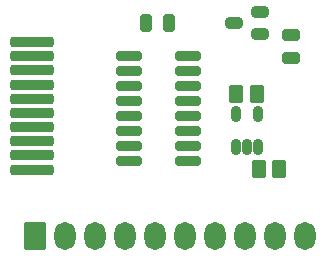
<source format=gbr>
G04 --- HEADER BEGIN --- *
G04 #@! TF.GenerationSoftware,LibrePCB,LibrePCB,1.3.0*
G04 #@! TF.CreationDate,2025-05-07T13:29:34*
G04 #@! TF.ProjectId,2.35" TFT Display Breakout,2d7378a2-86a6-4676-ae60-d25c5b1dbf0f,v1*
G04 #@! TF.Part,Single*
G04 #@! TF.SameCoordinates*
G04 #@! TF.FileFunction,Soldermask,Top*
G04 #@! TF.FilePolarity,Negative*
%FSLAX66Y66*%
%MOMM*%
G01*
G75*
G04 --- HEADER END --- *
G04 --- APERTURE LIST BEGIN --- *
%AMROUNDEDRECT10*20,1,1.0,-0.45,0.0,0.45,0.0,0.0*20,1,0.4,-0.75,0.0,0.75,0.0,0.0*1,1,0.6,-0.45,0.2*1,1,0.6,0.45,0.2*1,1,0.6,0.45,-0.2*1,1,0.6,-0.45,-0.2*%
%ADD10ROUNDEDRECT10*%
%AMROUNDEDRECT11*20,1,0.95,-0.625,0.0,0.625,0.0,0.0*20,1,0.75,-0.725,0.0,0.725,0.0,0.0*1,1,0.2,-0.625,0.375*1,1,0.2,0.625,0.375*1,1,0.2,0.625,-0.375*1,1,0.2,-0.625,-0.375*%
%ADD11ROUNDEDRECT11*%
%AMROUNDEDRECT12*20,1,0.9,-1.575,0.0,1.575,0.0,0.0*20,1,0.35,-1.85,0.0,1.85,0.0,0.0*1,1,0.55,-1.575,0.175*1,1,0.55,1.575,0.175*1,1,0.55,1.575,-0.175*1,1,0.55,-1.575,-0.175*%
%ADD12ROUNDEDRECT12*%
%AMROUNDEDRECT13*20,1,1.15,-0.625,0.0,0.625,0.0,90.0*20,1,0.95,-0.725,0.0,0.725,0.0,90.0*1,1,0.2,-0.475,-0.625*1,1,0.2,-0.475,0.625*1,1,0.2,0.475,0.625*1,1,0.2,0.475,-0.625*%
%ADD13ROUNDEDRECT13*%
%AMROUNDEDRECT14*20,1,0.8,-0.85,0.0,0.85,0.0,0.0*20,1,0.3,-1.1,0.0,1.1,0.0,0.0*1,1,0.5,-0.85,0.15*1,1,0.5,0.85,0.15*1,1,0.5,0.85,-0.15*1,1,0.5,-0.85,-0.15*%
%ADD14ROUNDEDRECT14*%
%AMROUNDEDRECT15*20,1,0.8,-0.4,0.0,0.4,0.0,90.0*20,1,0.3,-0.65,0.0,0.65,0.0,90.0*1,1,0.5,-0.15,-0.4*1,1,0.5,-0.15,0.4*1,1,0.5,0.15,0.4*1,1,0.5,0.15,-0.4*%
%ADD15ROUNDEDRECT15*%
%AMROUNDEDRECT16*20,1,0.95,-0.625,0.0,0.625,0.0,90.0*20,1,0.75,-0.725,0.0,0.725,0.0,90.0*1,1,0.2,-0.375,-0.625*1,1,0.2,-0.375,0.625*1,1,0.2,0.375,0.625*1,1,0.2,0.375,-0.625*%
%ADD16ROUNDEDRECT16*%
%ADD17O,1.787X2.39*%
%AMROUNDEDRECT18*20,1,1.787,-1.095,0.0,1.095,0.0,90.0*20,1,1.587,-1.195,0.0,1.195,0.0,90.0*1,1,0.2,-0.7935,-1.095*1,1,0.2,-0.7935,1.095*1,1,0.2,0.7935,1.095*1,1,0.2,0.7935,-1.095*%
%ADD18ROUNDEDRECT18*%
G04 --- APERTURE LIST END --- *
G04 --- BOARD BEGIN --- *
D10*
G04 #@! TO.C,Q1*
X40100000Y21450000D03*
X37900000Y20500000D03*
X40100000Y19550000D03*
D11*
G04 #@! TO.C,R2*
X42700000Y17575000D03*
X42700000Y19525000D03*
D12*
G04 #@! TO.C,IC2*
X20750000Y15300000D03*
X20750000Y11700000D03*
X20750000Y16500000D03*
X20750000Y17700000D03*
X20750000Y18900000D03*
X20750000Y12900000D03*
X20750000Y8100000D03*
X20750000Y10500000D03*
X20750000Y14100000D03*
X20750000Y9300000D03*
D13*
G04 #@! TO.C,C1*
X39974000Y8113000D03*
X41724000Y8113000D03*
D14*
G04 #@! TO.C,U1*
X29000000Y13885000D03*
X34000000Y12615000D03*
X29000000Y10075000D03*
X29000000Y8805000D03*
X34000000Y15155000D03*
X29000000Y17695000D03*
X29000000Y16425000D03*
X34000000Y17695000D03*
X29000000Y12615000D03*
X34000000Y16425000D03*
X34000000Y10075000D03*
X34000000Y13885000D03*
X34000000Y11345000D03*
X34000000Y8805000D03*
X29000000Y11345000D03*
X29000000Y15155000D03*
D15*
G04 #@! TO.C,IC1*
X38050000Y12800000D03*
X39950000Y10000000D03*
X39000000Y10000000D03*
X38050000Y10000000D03*
X39950000Y12800000D03*
D16*
G04 #@! TO.C,R1*
X32350000Y20500000D03*
X30400000Y20500000D03*
D13*
G04 #@! TO.C,C2*
X38075000Y14500000D03*
X39825000Y14500000D03*
D17*
G04 #@! TO.C,J1*
X41390000Y2500000D03*
X23610000Y2500000D03*
D18*
X21070000Y2500000D03*
D17*
X36310000Y2500000D03*
X43930000Y2500000D03*
X38850000Y2500000D03*
X33770000Y2500000D03*
X26150000Y2500000D03*
X28690000Y2500000D03*
X31230000Y2500000D03*
G04 --- BOARD END --- *
G04 #@! TF.MD5,7ed8c5fca607eeebc176a81d604b9430*
M02*

</source>
